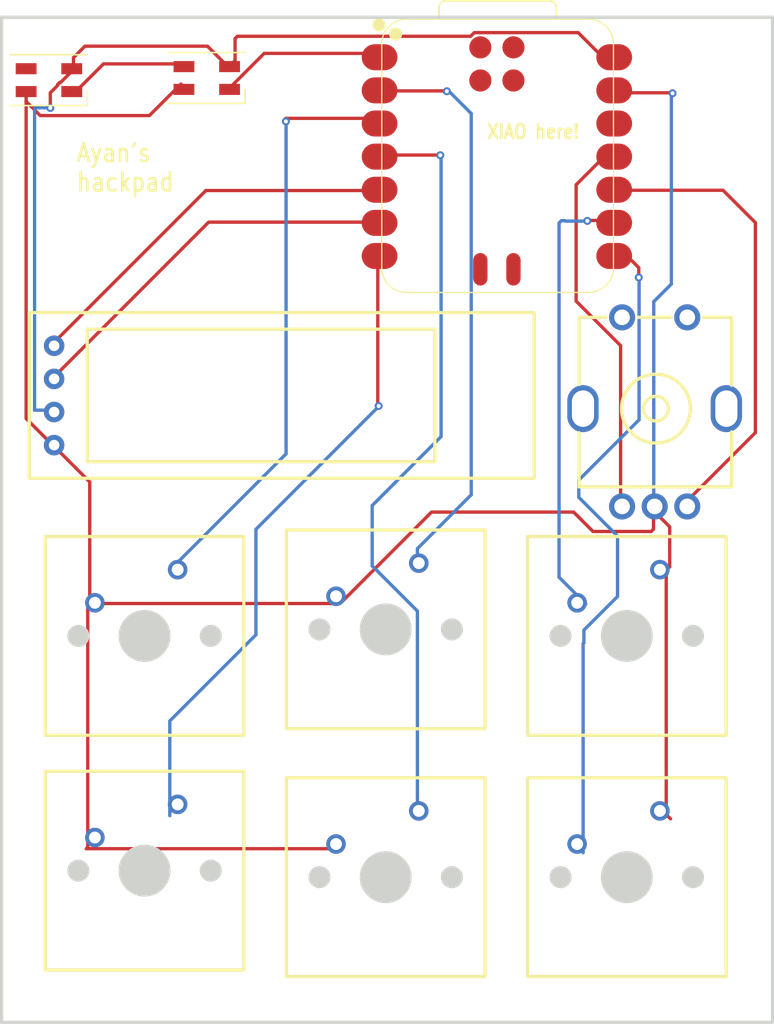
<source format=kicad_pcb>
(kicad_pcb (version 20241229) (generator "pcbnew") (generator_version "9.0")
  (layers (0 "F.Cu" signal "Top Layer") (2 "B.Cu" signal "Bottom Layer") (13 "F.Paste" user "Top Paste Mask Layer") (15 "B.Paste" user "Bottom Paste Mask Layer") (5 "F.SilkS" user "Top Silkscreen Layer") (7 "B.SilkS" user "Bottom Silkscreen Layer") (1 "F.Mask" user "Top Solder Mask Layer") (3 "B.Mask" user "Bottom Solder Mask Layer") (25 "Edge.Cuts" user "Multi-Layer"))
  (net 0 "")
  (net 1 "+5V")
  (net 2 "GND")
  (net 3 "$1N899")
  (net 4 "$1N1328")
  (net 5 "$1N1348")
  (net 6 "$1N1360")
  (net 7 "$1N1796")
  (net 8 "$1N1801")
  (net 9 "$1N1814")
  (net 10 "$1N1915")
  (net 11 "$1N1909")
  (net 12 "$1N2016")
  (net 13 "$1N3062")
  (net 14 "$1N3030")
  (footprint "vspadproject:I2C OLED 0.91" (layer "F.Cu") (at 123.5 91.5)
    (property "Reference" "OLED1" (hide yes))
    (property "Value" "")
    (fp_line (start -1.905 -6.35) (end -1.27 -6.35) (stroke (width 0.254)) (layer "F.SilkS"))
    (fp_line (start -1.905 6.35) (end -1.905 -6.35) (stroke (width 0.254)) (layer "F.SilkS"))
    (fp_line (start -1.27 -6.35) (end 36.83 -6.35) (stroke (width 0.254)) (layer "F.SilkS"))
    (fp_line (start 2.54 -5.08) (end 29.21 -5.08) (stroke (width 0.254)) (layer "F.SilkS"))
    (fp_line (start 2.54 5.08) (end 2.54 -5.08) (stroke (width 0.254)) (layer "F.SilkS"))
    (fp_line (start 29.21 -5.08) (end 29.21 5.08) (stroke (width 0.254)) (layer "F.SilkS"))
    (fp_line (start 29.21 5.08) (end 2.54 5.08) (stroke (width 0.254)) (layer "F.SilkS"))
    (fp_line (start 36.83 -6.35) (end 36.83 6.35) (stroke (width 0.254)) (layer "F.SilkS"))
    (fp_line (start 36.83 6.35) (end -1.905 6.35) (stroke (width 0.254)) (layer "F.SilkS"))
    (pad "1" thru_hole circle (at 0 3.81 180) (size 1.575 1.575) (drill 0.813) (layers "*.Cu" "*.Mask") (net 2 "GND"))
    (pad "2" thru_hole circle (at 0 1.27 180) (size 1.575 1.575) (drill 0.813) (layers "*.Cu" "*.Mask") (net 1 "+5V"))
    (pad "3" thru_hole circle (at 0 -1.27 180) (size 1.575 1.575) (drill 0.813) (layers "*.Cu" "*.Mask") (net 6 "$1N1360"))
    (pad "4" thru_hole circle (at 0 -3.81 180) (size 1.575 1.575) (drill 0.813) (layers "*.Cu" "*.Mask") (net 5 "$1N1348"))
  )
  (footprint "vspadproject:CHERRY MX KEYSWITCH" (layer "F.Cu") (at 175.0585 136.0585 180)
    (property "Reference" "U7" (hide yes))
    (property "Value" "")
    (fp_line (start 15.24 15.24) (end 0 15.24) (stroke (width 0.254)) (layer "F.SilkS"))
    (fp_line (start 15.24 0) (end 15.24 15.24) (stroke (width 0.254)) (layer "F.SilkS"))
    (fp_line (start 0 15.24) (end 0 0) (stroke (width 0.254)) (layer "F.SilkS"))
    (fp_line (start 0 0) (end 15.24 0) (stroke (width 0.254)) (layer "F.SilkS"))
    (fp_poly (pts (xy 13.546902 7.536587) (xy 13.514356 7.372968) (xy 13.450515 7.218841) (xy 13.357832 7.080131) (xy 13.239869 6.962168) (xy 13.101159 6.869485) (xy 12.947032 6.805644) (xy 12.783413 6.773098) (xy 12.616587 6.773098) (xy 12.452968 6.805644) (xy 12.298841 6.869485) (xy 12.160131 6.962168) (xy 12.042168 7.080131) (xy 11.949485 7.218841) (xy 11.885644 7.372968) (xy 11.853098 7.536587) (xy 11.853098 7.703413) (xy 11.885644 7.867032) (xy 11.949485 8.021159) (xy 12.042168 8.159869) (xy 12.160131 8.277832) (xy 12.298841 8.370515) (xy 12.452968 8.434356) (xy 12.616587 8.466902) (xy 12.783413 8.466902) (xy 12.947032 8.434356) (xy 13.101159 8.370515) (xy 13.239869 8.277832) (xy 13.357832 8.159869) (xy 13.450515 8.021159) (xy 13.514356 7.867032) (xy 13.546902 7.703413)) (fill yes) (layer "Edge.Cuts"))
    (fp_poly (pts (xy 3.386902 7.536587) (xy 3.354356 7.372968) (xy 3.290515 7.218841) (xy 3.197832 7.080131) (xy 3.079869 6.962168) (xy 2.941159 6.869485) (xy 2.787032 6.805644) (xy 2.623413 6.773098) (xy 2.456587 6.773098) (xy 2.292968 6.805644) (xy 2.138841 6.869485) (xy 2.000131 6.962168) (xy 1.882168 7.080131) (xy 1.789485 7.218841) (xy 1.725644 7.372968) (xy 1.693098 7.536587) (xy 1.693098 7.703413) (xy 1.725644 7.867032) (xy 1.789485 8.021159) (xy 1.882168 8.159869) (xy 2.000131 8.277832) (xy 2.138841 8.370515) (xy 2.292968 8.434356) (xy 2.456587 8.466902) (xy 2.623413 8.466902) (xy 2.787032 8.434356) (xy 2.941159 8.370515) (xy 3.079869 8.277832) (xy 3.197832 8.159869) (xy 3.290515 8.021159) (xy 3.354356 7.867032) (xy 3.386902 7.703413)) (fill yes) (layer "Edge.Cuts"))
    (fp_poly (pts (xy 9.609731 7.489586) (xy 9.575686 7.23099) (xy 9.508179 6.97905) (xy 9.408364 6.738076) (xy 9.27795 6.512193) (xy 9.119169 6.305264) (xy 8.934736 6.120831) (xy 8.727807 5.96205) (xy 8.501924 5.831636) (xy 8.26095 5.731821) (xy 8.00901 5.664314) (xy 7.750414 5.630269) (xy 7.489586 5.630269) (xy 7.23099 5.664314) (xy 6.97905 5.731821) (xy 6.738076 5.831636) (xy 6.512193 5.96205) (xy 6.305264 6.120831) (xy 6.120831 6.305264) (xy 5.96205 6.512193) (xy 5.831636 6.738076) (xy 5.731821 6.97905) (xy 5.664314 7.23099) (xy 5.630269 7.489586) (xy 5.630269 7.750414) (xy 5.664314 8.00901) (xy 5.731821 8.26095) (xy 5.831636 8.501924) (xy 5.96205 8.727807) (xy 6.120831 8.934736) (xy 6.305264 9.119169) (xy 6.512193 9.27795) (xy 6.738076 9.408364) (xy 6.97905 9.508179) (xy 7.23099 9.575686) (xy 7.489586 9.609731) (xy 7.750414 9.609731) (xy 8.00901 9.575686) (xy 8.26095 9.508179) (xy 8.501924 9.408364) (xy 8.727807 9.27795) (xy 8.934736 9.119169) (xy 9.119169 8.934736) (xy 9.27795 8.727807) (xy 9.408364 8.501924) (xy 9.508179 8.26095) (xy 9.575686 8.00901) (xy 9.609731 7.750414)) (fill yes) (layer "Edge.Cuts"))
    (pad "1" thru_hole circle (at 11.43 10.16) (size 1.499 1.499) (drill 0.914) (layers "*.Cu" "*.Mask") (net 13 "$1N3062"))
    (pad "2" thru_hole circle (at 5.08 12.7) (size 1.499 1.499) (drill 0.914) (layers "*.Cu" "*.Mask") (net 2 "GND"))
  )
  (footprint "vspadproject:LED Matrix - 96 well{colon}LED_SK6812MINI_PLCC4_3.5x3.5mm_P1.75mm" (layer "F.Cu") (at 123.1025 67.3215)
    (property "Reference" "D2" (hide yes))
    (property "Value" "")
    (fp_line (start -2.95 -1.95) (end 2.95 -1.95) (stroke (width 0.12)) (layer "F.SilkS"))
    (fp_line (start -2.95 1.95) (end 2.95 1.95) (stroke (width 0.12)) (layer "F.SilkS"))
    (fp_line (start 2.95 1.95) (end 2.95 0.875) (stroke (width 0.12)) (layer "F.SilkS"))
    (pad "1" smd rect (at -1.75 -0.875) (size 1.6 0.85) (layers "F.Cu" "F.Mask" "F.Paste"))
    (pad "2" smd rect (at -1.75 0.875) (size 1.6 0.85) (layers "F.Cu" "F.Mask" "F.Paste") (net 2 "GND"))
    (pad "3" smd rect (at 1.75 0.875) (size 1.6 0.85) (layers "F.Cu" "F.Mask" "F.Paste") (net 3 "$1N899"))
    (pad "4" smd rect (at 1.75 -0.875) (size 1.6 0.85) (layers "F.Cu" "F.Mask" "F.Paste") (net 1 "+5V"))
  )
  (footprint "vspadproject:CHERRY MX KEYSWITCH" (layer "F.Cu") (at 175.0585 117.5585 180)
    (property "Reference" "U4" (hide yes))
    (property "Value" "")
    (fp_line (start 15.24 15.24) (end 0 15.24) (stroke (width 0.254)) (layer "F.SilkS"))
    (fp_line (start 15.24 0) (end 15.24 15.24) (stroke (width 0.254)) (layer "F.SilkS"))
    (fp_line (start 0 15.24) (end 0 0) (stroke (width 0.254)) (layer "F.SilkS"))
    (fp_line (start 0 0) (end 15.24 0) (stroke (width 0.254)) (layer "F.SilkS"))
    (fp_poly (pts (xy 13.546902 7.536587) (xy 13.514356 7.372968) (xy 13.450515 7.218841) (xy 13.357832 7.080131) (xy 13.239869 6.962168) (xy 13.101159 6.869485) (xy 12.947032 6.805644) (xy 12.783413 6.773098) (xy 12.616587 6.773098) (xy 12.452968 6.805644) (xy 12.298841 6.869485) (xy 12.160131 6.962168) (xy 12.042168 7.080131) (xy 11.949485 7.218841) (xy 11.885644 7.372968) (xy 11.853098 7.536587) (xy 11.853098 7.703413) (xy 11.885644 7.867032) (xy 11.949485 8.021159) (xy 12.042168 8.159869) (xy 12.160131 8.277832) (xy 12.298841 8.370515) (xy 12.452968 8.434356) (xy 12.616587 8.466902) (xy 12.783413 8.466902) (xy 12.947032 8.434356) (xy 13.101159 8.370515) (xy 13.239869 8.277832) (xy 13.357832 8.159869) (xy 13.450515 8.021159) (xy 13.514356 7.867032) (xy 13.546902 7.703413)) (fill yes) (layer "Edge.Cuts"))
    (fp_poly (pts (xy 3.386902 7.536587) (xy 3.354356 7.372968) (xy 3.290515 7.218841) (xy 3.197832 7.080131) (xy 3.079869 6.962168) (xy 2.941159 6.869485) (xy 2.787032 6.805644) (xy 2.623413 6.773098) (xy 2.456587 6.773098) (xy 2.292968 6.805644) (xy 2.138841 6.869485) (xy 2.000131 6.962168) (xy 1.882168 7.080131) (xy 1.789485 7.218841) (xy 1.725644 7.372968) (xy 1.693098 7.536587) (xy 1.693098 7.703413) (xy 1.725644 7.867032) (xy 1.789485 8.021159) (xy 1.882168 8.159869) (xy 2.000131 8.277832) (xy 2.138841 8.370515) (xy 2.292968 8.434356) (xy 2.456587 8.466902) (xy 2.623413 8.466902) (xy 2.787032 8.434356) (xy 2.941159 8.370515) (xy 3.079869 8.277832) (xy 3.197832 8.159869) (xy 3.290515 8.021159) (xy 3.354356 7.867032) (xy 3.386902 7.703413)) (fill yes) (layer "Edge.Cuts"))
    (fp_poly (pts (xy 9.609731 7.489586) (xy 9.575686 7.23099) (xy 9.508179 6.97905) (xy 9.408364 6.738076) (xy 9.27795 6.512193) (xy 9.119169 6.305264) (xy 8.934736 6.120831) (xy 8.727807 5.96205) (xy 8.501924 5.831636) (xy 8.26095 5.731821) (xy 8.00901 5.664314) (xy 7.750414 5.630269) (xy 7.489586 5.630269) (xy 7.23099 5.664314) (xy 6.97905 5.731821) (xy 6.738076 5.831636) (xy 6.512193 5.96205) (xy 6.305264 6.120831) (xy 6.120831 6.305264) (xy 5.96205 6.512193) (xy 5.831636 6.738076) (xy 5.731821 6.97905) (xy 5.664314 7.23099) (xy 5.630269 7.489586) (xy 5.630269 7.750414) (xy 5.664314 8.00901) (xy 5.731821 8.26095) (xy 5.831636 8.501924) (xy 5.96205 8.727807) (xy 6.120831 8.934736) (xy 6.305264 9.119169) (xy 6.512193 9.27795) (xy 6.738076 9.408364) (xy 6.97905 9.508179) (xy 7.23099 9.575686) (xy 7.489586 9.609731) (xy 7.750414 9.609731) (xy 8.00901 9.575686) (xy 8.26095 9.508179) (xy 8.501924 9.408364) (xy 8.727807 9.27795) (xy 8.934736 9.119169) (xy 9.119169 8.934736) (xy 9.27795 8.727807) (xy 9.408364 8.501924) (xy 9.508179 8.26095) (xy 9.575686 8.00901) (xy 9.609731 7.750414)) (fill yes) (layer "Edge.Cuts"))
    (pad "1" thru_hole circle (at 11.43 10.16) (size 1.499 1.499) (drill 0.914) (layers "*.Cu" "*.Mask") (net 14 "$1N3030"))
    (pad "2" thru_hole circle (at 5.08 12.7) (size 1.499 1.499) (drill 0.914) (layers "*.Cu" "*.Mask") (net 2 "GND"))
  )
  (footprint "vspadproject:CHERRY MX KEYSWITCH" (layer "F.Cu") (at 138.0585 117.5585 180)
    (property "Reference" "U3" (hide yes))
    (property "Value" "")
    (fp_line (start 15.24 15.24) (end 0 15.24) (stroke (width 0.254)) (layer "F.SilkS"))
    (fp_line (start 15.24 0) (end 15.24 15.24) (stroke (width 0.254)) (layer "F.SilkS"))
    (fp_line (start 0 15.24) (end 0 0) (stroke (width 0.254)) (layer "F.SilkS"))
    (fp_line (start 0 0) (end 15.24 0) (stroke (width 0.254)) (layer "F.SilkS"))
    (fp_poly (pts (xy 13.546902 7.536587) (xy 13.514356 7.372968) (xy 13.450515 7.218841) (xy 13.357832 7.080131) (xy 13.239869 6.962168) (xy 13.101159 6.869485) (xy 12.947032 6.805644) (xy 12.783413 6.773098) (xy 12.616587 6.773098) (xy 12.452968 6.805644) (xy 12.298841 6.869485) (xy 12.160131 6.962168) (xy 12.042168 7.080131) (xy 11.949485 7.218841) (xy 11.885644 7.372968) (xy 11.853098 7.536587) (xy 11.853098 7.703413) (xy 11.885644 7.867032) (xy 11.949485 8.021159) (xy 12.042168 8.159869) (xy 12.160131 8.277832) (xy 12.298841 8.370515) (xy 12.452968 8.434356) (xy 12.616587 8.466902) (xy 12.783413 8.466902) (xy 12.947032 8.434356) (xy 13.101159 8.370515) (xy 13.239869 8.277832) (xy 13.357832 8.159869) (xy 13.450515 8.021159) (xy 13.514356 7.867032) (xy 13.546902 7.703413)) (fill yes) (layer "Edge.Cuts"))
    (fp_poly (pts (xy 3.386902 7.536587) (xy 3.354356 7.372968) (xy 3.290515 7.218841) (xy 3.197832 7.080131) (xy 3.079869 6.962168) (xy 2.941159 6.869485) (xy 2.787032 6.805644) (xy 2.623413 6.773098) (xy 2.456587 6.773098) (xy 2.292968 6.805644) (xy 2.138841 6.869485) (xy 2.000131 6.962168) (xy 1.882168 7.080131) (xy 1.789485 7.218841) (xy 1.725644 7.372968) (xy 1.693098 7.536587) (xy 1.693098 7.703413) (xy 1.725644 7.867032) (xy 1.789485 8.021159) (xy 1.882168 8.159869) (xy 2.000131 8.277832) (xy 2.138841 8.370515) (xy 2.292968 8.434356) (xy 2.456587 8.466902) (xy 2.623413 8.466902) (xy 2.787032 8.434356) (xy 2.941159 8.370515) (xy 3.079869 8.277832) (xy 3.197832 8.159869) (xy 3.290515 8.021159) (xy 3.354356 7.867032) (xy 3.386902 7.703413)) (fill yes) (layer "Edge.Cuts"))
    (fp_poly (pts (xy 9.609731 7.489586) (xy 9.575686 7.23099) (xy 9.508179 6.97905) (xy 9.408364 6.738076) (xy 9.27795 6.512193) (xy 9.119169 6.305264) (xy 8.934736 6.120831) (xy 8.727807 5.96205) (xy 8.501924 5.831636) (xy 8.26095 5.731821) (xy 8.00901 5.664314) (xy 7.750414 5.630269) (xy 7.489586 5.630269) (xy 7.23099 5.664314) (xy 6.97905 5.731821) (xy 6.738076 5.831636) (xy 6.512193 5.96205) (xy 6.305264 6.120831) (xy 6.120831 6.305264) (xy 5.96205 6.512193) (xy 5.831636 6.738076) (xy 5.731821 6.97905) (xy 5.664314 7.23099) (xy 5.630269 7.489586) (xy 5.630269 7.750414) (xy 5.664314 8.00901) (xy 5.731821 8.26095) (xy 5.831636 8.501924) (xy 5.96205 8.727807) (xy 6.120831 8.934736) (xy 6.305264 9.119169) (xy 6.512193 9.27795) (xy 6.738076 9.408364) (xy 6.97905 9.508179) (xy 7.23099 9.575686) (xy 7.489586 9.609731) (xy 7.750414 9.609731) (xy 8.00901 9.575686) (xy 8.26095 9.508179) (xy 8.501924 9.408364) (xy 8.727807 9.27795) (xy 8.934736 9.119169) (xy 9.119169 8.934736) (xy 9.27795 8.727807) (xy 9.408364 8.501924) (xy 9.508179 8.26095) (xy 9.575686 8.00901) (xy 9.609731 7.750414)) (fill yes) (layer "Edge.Cuts"))
    (pad "1" thru_hole circle (at 11.43 10.16) (size 1.499 1.499) (drill 0.914) (layers "*.Cu" "*.Mask") (net 2 "GND"))
    (pad "2" thru_hole circle (at 5.08 12.7) (size 1.499 1.499) (drill 0.914) (layers "*.Cu" "*.Mask") (net 8 "$1N1801"))
  )
  (footprint "vspadproject:CHERRY MX KEYSWITCH" (layer "F.Cu") (at 138.0585 135.5585 180)
    (property "Reference" "U6" (hide yes))
    (property "Value" "")
    (fp_line (start 15.24 15.24) (end 0 15.24) (stroke (width 0.254)) (layer "F.SilkS"))
    (fp_line (start 15.24 0) (end 15.24 15.24) (stroke (width 0.254)) (layer "F.SilkS"))
    (fp_line (start 0 15.24) (end 0 0) (stroke (width 0.254)) (layer "F.SilkS"))
    (fp_line (start 0 0) (end 15.24 0) (stroke (width 0.254)) (layer "F.SilkS"))
    (fp_poly (pts (xy 13.546902 7.536587) (xy 13.514356 7.372968) (xy 13.450515 7.218841) (xy 13.357832 7.080131) (xy 13.239869 6.962168) (xy 13.101159 6.869485) (xy 12.947032 6.805644) (xy 12.783413 6.773098) (xy 12.616587 6.773098) (xy 12.452968 6.805644) (xy 12.298841 6.869485) (xy 12.160131 6.962168) (xy 12.042168 7.080131) (xy 11.949485 7.218841) (xy 11.885644 7.372968) (xy 11.853098 7.536587) (xy 11.853098 7.703413) (xy 11.885644 7.867032) (xy 11.949485 8.021159) (xy 12.042168 8.159869) (xy 12.160131 8.277832) (xy 12.298841 8.370515) (xy 12.452968 8.434356) (xy 12.616587 8.466902) (xy 12.783413 8.466902) (xy 12.947032 8.434356) (xy 13.101159 8.370515) (xy 13.239869 8.277832) (xy 13.357832 8.159869) (xy 13.450515 8.021159) (xy 13.514356 7.867032) (xy 13.546902 7.703413)) (fill yes) (layer "Edge.Cuts"))
    (fp_poly (pts (xy 3.386902 7.536587) (xy 3.354356 7.372968) (xy 3.290515 7.218841) (xy 3.197832 7.080131) (xy 3.079869 6.962168) (xy 2.941159 6.869485) (xy 2.787032 6.805644) (xy 2.623413 6.773098) (xy 2.456587 6.773098) (xy 2.292968 6.805644) (xy 2.138841 6.869485) (xy 2.000131 6.962168) (xy 1.882168 7.080131) (xy 1.789485 7.218841) (xy 1.725644 7.372968) (xy 1.693098 7.536587) (xy 1.693098 7.703413) (xy 1.725644 7.867032) (xy 1.789485 8.021159) (xy 1.882168 8.159869) (xy 2.000131 8.277832) (xy 2.138841 8.370515) (xy 2.292968 8.434356) (xy 2.456587 8.466902) (xy 2.623413 8.466902) (xy 2.787032 8.434356) (xy 2.941159 8.370515) (xy 3.079869 8.277832) (xy 3.197832 8.159869) (xy 3.290515 8.021159) (xy 3.354356 7.867032) (xy 3.386902 7.703413)) (fill yes) (layer "Edge.Cuts"))
    (fp_poly (pts (xy 9.609731 7.489586) (xy 9.575686 7.23099) (xy 9.508179 6.97905) (xy 9.408364 6.738076) (xy 9.27795 6.512193) (xy 9.119169 6.305264) (xy 8.934736 6.120831) (xy 8.727807 5.96205) (xy 8.501924 5.831636) (xy 8.26095 5.731821) (xy 8.00901 5.664314) (xy 7.750414 5.630269) (xy 7.489586 5.630269) (xy 7.23099 5.664314) (xy 6.97905 5.731821) (xy 6.738076 5.831636) (xy 6.512193 5.96205) (xy 6.305264 6.120831) (xy 6.120831 6.305264) (xy 5.96205 6.512193) (xy 5.831636 6.738076) (xy 5.731821 6.97905) (xy 5.664314 7.23099) (xy 5.630269 7.489586) (xy 5.630269 7.750414) (xy 5.664314 8.00901) (xy 5.731821 8.26095) (xy 5.831636 8.501924) (xy 5.96205 8.727807) (xy 6.120831 8.934736) (xy 6.305264 9.119169) (xy 6.512193 9.27795) (xy 6.738076 9.408364) (xy 6.97905 9.508179) (xy 7.23099 9.575686) (xy 7.489586 9.609731) (xy 7.750414 9.609731) (xy 8.00901 9.575686) (xy 8.26095 9.508179) (xy 8.501924 9.408364) (xy 8.727807 9.27795) (xy 8.934736 9.119169) (xy 9.119169 8.934736) (xy 9.27795 8.727807) (xy 9.408364 8.501924) (xy 9.508179 8.26095) (xy 9.575686 8.00901) (xy 9.609731 7.750414)) (fill yes) (layer "Edge.Cuts"))
    (pad "1" thru_hole circle (at 11.43 10.16) (size 1.499 1.499) (drill 0.914) (layers "*.Cu" "*.Mask") (net 2 "GND"))
    (pad "2" thru_hole circle (at 5.08 12.7) (size 1.499 1.499) (drill 0.914) (layers "*.Cu" "*.Mask") (net 9 "$1N1814"))
  )
  (footprint "vspadproject:XIAO-RP2040-SMD" (layer "F.Cu") (at 157.472 73.186)
    (property "Reference" "RP2" (hide yes))
    (property "Value" "")
    (fp_line (start -8.835 8.513) (end -8.835 -8.632) (stroke (width 0.1)) (layer "F.SilkS"))
    (fp_line (start -6.93 10.418) (end 7.04 10.418) (stroke (width 0.1)) (layer "F.SilkS"))
    (fp_line (start -4.44 -10.537) (end -4.4365 -11.4475) (stroke (width 0.127)) (layer "F.SilkS"))
    (fp_line (start -3.9365 -11.947) (end 4.059 -11.947) (stroke (width 0.127)) (layer "F.SilkS"))
    (fp_line (start 4.559 -11.447) (end 4.559 -10.537) (stroke (width 0.127)) (layer "F.SilkS"))
    (fp_line (start 7 -10.537) (end -7 -10.537) (stroke (width 0.1)) (layer "F.SilkS"))
    (fp_line (start 8.945 8.513) (end 8.945 -8.632) (stroke (width 0.1)) (layer "F.SilkS"))
    (fp_arc (start -8.835 -8.636) (mid -8.277038 -9.983038) (end -6.93 -10.541) (stroke (width 0.1)) (layer "F.SilkS"))
    (fp_arc (start -6.93 10.418) (mid -8.277038 9.860038) (end -8.835 8.513) (stroke (width 0.1)) (layer "F.SilkS"))
    (fp_arc (start -4.4365 -11.4475) (mid -4.289877 -11.80073) (end -3.9365 -11.947) (stroke (width 0.127)) (layer "F.SilkS"))
    (fp_arc (start 4.059 -11.947) (mid 4.412553 -11.800553) (end 4.559 -11.447) (stroke (width 0.127)) (layer "F.SilkS"))
    (fp_arc (start 7.04 -10.537) (mid 8.387038 -9.979038) (end 8.945 -8.632) (stroke (width 0.1)) (layer "F.SilkS"))
    (fp_arc (start 8.945 8.513) (mid 8.387038 9.860038) (end 7.04 10.418) (stroke (width 0.1)) (layer "F.SilkS"))
    (fp_circle (center -9.045 -10.109) (end -8.791 -10.109) (stroke (width 0.5)) (fill no) (layer "F.SilkS"))
    (fp_circle (center -7.771 -9.398) (end -7.517 -9.398) (stroke (width 0.5)) (fill no) (layer "F.SilkS"))
    (pad "1" smd roundrect (at -9 -7.62) (size 2.75 2) (layers "F.Cu" "F.Mask" "F.Paste") (roundrect_rratio 0.5) (net 4 "$1N1328"))
    (pad "2" smd roundrect (at -9 -5.08) (size 2.75 2) (layers "F.Cu" "F.Mask" "F.Paste") (roundrect_rratio 0.5) (net 7 "$1N1796"))
    (pad "3" smd roundrect (at -9 -2.54) (size 2.75 2) (layers "F.Cu" "F.Mask" "F.Paste") (roundrect_rratio 0.5) (net 8 "$1N1801"))
    (pad "4" smd roundrect (at -9 0) (size 2.75 2) (layers "F.Cu" "F.Mask" "F.Paste") (roundrect_rratio 0.5) (net 12 "$1N2016"))
    (pad "5" smd roundrect (at -9 2.54) (size 2.75 2) (layers "F.Cu" "F.Mask" "F.Paste") (roundrect_rratio 0.5) (net 5 "$1N1348"))
    (pad "6" smd roundrect (at -9 5.08) (size 2.75 2) (layers "F.Cu" "F.Mask" "F.Paste") (roundrect_rratio 0.5) (net 6 "$1N1360"))
    (pad "7" smd roundrect (at -9 7.62) (size 2.75 2) (layers "F.Cu" "F.Mask" "F.Paste") (roundrect_rratio 0.5) (net 9 "$1N1814"))
    (pad "8" smd roundrect (at 9 7.62) (size 2.75 2) (layers "F.Cu" "F.Mask" "F.Paste") (roundrect_rratio 0.5) (net 13 "$1N3062"))
    (pad "9" smd roundrect (at 9 5.08) (size 2.75 2) (layers "F.Cu" "F.Mask" "F.Paste") (roundrect_rratio 0.5) (net 14 "$1N3030"))
    (pad "10" smd roundrect (at 9 2.54) (size 2.75 2) (layers "F.Cu" "F.Mask" "F.Paste") (roundrect_rratio 0.5) (net 10 "$1N1915"))
    (pad "11" smd roundrect (at 9 0) (size 2.75 2) (layers "F.Cu" "F.Mask" "F.Paste") (roundrect_rratio 0.5) (net 11 "$1N1909"))
    (pad "12" smd roundrect (at 9 -2.54) (size 2.75 2) (layers "F.Cu" "F.Mask" "F.Paste") (roundrect_rratio 0.5))
    (pad "13" smd roundrect (at 9 -5.08) (size 2.75 2) (layers "F.Cu" "F.Mask" "F.Paste") (roundrect_rratio 0.5) (net 2 "GND"))
    (pad "14" smd roundrect (at 9 -7.62) (size 2.75 2) (layers "F.Cu" "F.Mask" "F.Paste") (roundrect_rratio 0.5) (net 1 "+5V"))
    (pad "15" smd roundrect (at -1.27 8.64 270) (size 2.5 1.1) (layers "F.Cu" "F.Mask" "F.Paste") (roundrect_rratio 0.5))
    (pad "16" smd roundrect (at 1.27 8.64 270) (size 2.5 1.1) (layers "F.Cu" "F.Mask" "F.Paste") (roundrect_rratio 0.5))
    (pad "17" smd circle (at -1.27 -8.378) (size 1.7 1.7) (layers "F.Cu" "F.Mask" "F.Paste"))
    (pad "18" smd circle (at 1.27 -8.378) (size 1.7 1.7) (layers "F.Cu" "F.Mask" "F.Paste"))
    (pad "19" smd circle (at -1.27 -5.838) (size 1.7 1.7) (layers "F.Cu" "F.Mask" "F.Paste"))
    (pad "20" smd circle (at 1.27 -5.838) (size 1.7 1.7) (layers "F.Cu" "F.Mask" "F.Paste"))
  )
  (footprint "vspadproject:LED Matrix - 96 well{colon}LED_SK6812MINI_PLCC4_3.5x3.5mm_P1.75mm" (layer "F.Cu") (at 135.212 67.156)
    (property "Reference" "D1" (hide yes))
    (property "Value" "")
    (fp_line (start -2.95 -1.95) (end 2.95 -1.95) (stroke (width 0.12)) (layer "F.SilkS"))
    (fp_line (start -2.95 1.95) (end 2.95 1.95) (stroke (width 0.12)) (layer "F.SilkS"))
    (fp_line (start 2.95 1.95) (end 2.95 0.875) (stroke (width 0.12)) (layer "F.SilkS"))
    (pad "1" smd rect (at -1.75 -0.875) (size 1.6 0.85) (layers "F.Cu" "F.Mask" "F.Paste") (net 3 "$1N899"))
    (pad "2" smd rect (at -1.75 0.875) (size 1.6 0.85) (layers "F.Cu" "F.Mask" "F.Paste") (net 2 "GND"))
    (pad "3" smd rect (at 1.75 0.875) (size 1.6 0.85) (layers "F.Cu" "F.Mask" "F.Paste") (net 4 "$1N1328"))
    (pad "4" smd rect (at 1.75 -0.875) (size 1.6 0.85) (layers "F.Cu" "F.Mask" "F.Paste") (net 1 "+5V"))
  )
  (footprint "vspadproject:CHERRY MX KEYSWITCH" (layer "F.Cu") (at 156.5585 136.0585 180)
    (property "Reference" "U5" (hide yes))
    (property "Value" "")
    (fp_line (start 15.24 15.24) (end 0 15.24) (stroke (width 0.254)) (layer "F.SilkS"))
    (fp_line (start 15.24 0) (end 15.24 15.24) (stroke (width 0.254)) (layer "F.SilkS"))
    (fp_line (start 0 15.24) (end 0 0) (stroke (width 0.254)) (layer "F.SilkS"))
    (fp_line (start 0 0) (end 15.24 0) (stroke (width 0.254)) (layer "F.SilkS"))
    (fp_poly (pts (xy 13.546902 7.536587) (xy 13.514356 7.372968) (xy 13.450515 7.218841) (xy 13.357832 7.080131) (xy 13.239869 6.962168) (xy 13.101159 6.869485) (xy 12.947032 6.805644) (xy 12.783413 6.773098) (xy 12.616587 6.773098) (xy 12.452968 6.805644) (xy 12.298841 6.869485) (xy 12.160131 6.962168) (xy 12.042168 7.080131) (xy 11.949485 7.218841) (xy 11.885644 7.372968) (xy 11.853098 7.536587) (xy 11.853098 7.703413) (xy 11.885644 7.867032) (xy 11.949485 8.021159) (xy 12.042168 8.159869) (xy 12.160131 8.277832) (xy 12.298841 8.370515) (xy 12.452968 8.434356) (xy 12.616587 8.466902) (xy 12.783413 8.466902) (xy 12.947032 8.434356) (xy 13.101159 8.370515) (xy 13.239869 8.277832) (xy 13.357832 8.159869) (xy 13.450515 8.021159) (xy 13.514356 7.867032) (xy 13.546902 7.703413)) (fill yes) (layer "Edge.Cuts"))
    (fp_poly (pts (xy 3.386902 7.536587) (xy 3.354356 7.372968) (xy 3.290515 7.218841) (xy 3.197832 7.080131) (xy 3.079869 6.962168) (xy 2.941159 6.869485) (xy 2.787032 6.805644) (xy 2.623413 6.773098) (xy 2.456587 6.773098) (xy 2.292968 6.805644) (xy 2.138841 6.869485) (xy 2.000131 6.962168) (xy 1.882168 7.080131) (xy 1.789485 7.218841) (xy 1.725644 7.372968) (xy 1.693098 7.536587) (xy 1.693098 7.703413) (xy 1.725644 7.867032) (xy 1.789485 8.021159) (xy 1.882168 8.159869) (xy 2.000131 8.277832) (xy 2.138841 8.370515) (xy 2.292968 8.434356) (xy 2.456587 8.466902) (xy 2.623413 8.466902) (xy 2.787032 8.434356) (xy 2.941159 8.370515) (xy 3.079869 8.277832) (xy 3.197832 8.159869) (xy 3.290515 8.021159) (xy 3.354356 7.867032) (xy 3.386902 7.703413)) (fill yes) (layer "Edge.Cuts"))
    (fp_poly (pts (xy 9.609731 7.489586) (xy 9.575686 7.23099) (xy 9.508179 6.97905) (xy 9.408364 6.738076) (xy 9.27795 6.512193) (xy 9.119169 6.305264) (xy 8.934736 6.120831) (xy 8.727807 5.96205) (xy 8.501924 5.831636) (xy 8.26095 5.731821) (xy 8.00901 5.664314) (xy 7.750414 5.630269) (xy 7.489586 5.630269) (xy 7.23099 5.664314) (xy 6.97905 5.731821) (xy 6.738076 5.831636) (xy 6.512193 5.96205) (xy 6.305264 6.120831) (xy 6.120831 6.305264) (xy 5.96205 6.512193) (xy 5.831636 6.738076) (xy 5.731821 6.97905) (xy 5.664314 7.23099) (xy 5.630269 7.489586) (xy 5.630269 7.750414) (xy 5.664314 8.00901) (xy 5.731821 8.26095) (xy 5.831636 8.501924) (xy 5.96205 8.727807) (xy 6.120831 8.934736) (xy 6.305264 9.119169) (xy 6.512193 9.27795) (xy 6.738076 9.408364) (xy 6.97905 9.508179) (xy 7.23099 9.575686) (xy 7.489586 9.609731) (xy 7.750414 9.609731) (xy 8.00901 9.575686) (xy 8.26095 9.508179) (xy 8.501924 9.408364) (xy 8.727807 9.27795) (xy 8.934736 9.119169) (xy 9.119169 8.934736) (xy 9.27795 8.727807) (xy 9.408364 8.501924) (xy 9.508179 8.26095) (xy 9.575686 8.00901) (xy 9.609731 7.750414)) (fill yes) (layer "Edge.Cuts"))
    (pad "1" thru_hole circle (at 11.43 10.16) (size 1.499 1.499) (drill 0.914) (layers "*.Cu" "*.Mask") (net 2 "GND"))
    (pad "2" thru_hole circle (at 5.08 12.7) (size 1.499 1.499) (drill 0.914) (layers "*.Cu" "*.Mask") (net 12 "$1N2016"))
  )
  (footprint "vspadproject:CHERRY MX KEYSWITCH" (layer "F.Cu") (at 156.5585 117.0585 180)
    (property "Reference" "U2" (hide yes))
    (property "Value" "")
    (fp_line (start 15.24 15.24) (end 0 15.24) (stroke (width 0.254)) (layer "F.SilkS"))
    (fp_line (start 15.24 0) (end 15.24 15.24) (stroke (width 0.254)) (layer "F.SilkS"))
    (fp_line (start 0 15.24) (end 0 0) (stroke (width 0.254)) (layer "F.SilkS"))
    (fp_line (start 0 0) (end 15.24 0) (stroke (width 0.254)) (layer "F.SilkS"))
    (fp_poly (pts (xy 13.546902 7.536587) (xy 13.514356 7.372968) (xy 13.450515 7.218841) (xy 13.357832 7.080131) (xy 13.239869 6.962168) (xy 13.101159 6.869485) (xy 12.947032 6.805644) (xy 12.783413 6.773098) (xy 12.616587 6.773098) (xy 12.452968 6.805644) (xy 12.298841 6.869485) (xy 12.160131 6.962168) (xy 12.042168 7.080131) (xy 11.949485 7.218841) (xy 11.885644 7.372968) (xy 11.853098 7.536587) (xy 11.853098 7.703413) (xy 11.885644 7.867032) (xy 11.949485 8.021159) (xy 12.042168 8.159869) (xy 12.160131 8.277832) (xy 12.298841 8.370515) (xy 12.452968 8.434356) (xy 12.616587 8.466902) (xy 12.783413 8.466902) (xy 12.947032 8.434356) (xy 13.101159 8.370515) (xy 13.239869 8.277832) (xy 13.357832 8.159869) (xy 13.450515 8.021159) (xy 13.514356 7.867032) (xy 13.546902 7.703413)) (fill yes) (layer "Edge.Cuts"))
    (fp_poly (pts (xy 3.386902 7.536587) (xy 3.354356 7.372968) (xy 3.290515 7.218841) (xy 3.197832 7.080131) (xy 3.079869 6.962168) (xy 2.941159 6.869485) (xy 2.787032 6.805644) (xy 2.623413 6.773098) (xy 2.456587 6.773098) (xy 2.292968 6.805644) (xy 2.138841 6.869485) (xy 2.000131 6.962168) (xy 1.882168 7.080131) (xy 1.789485 7.218841) (xy 1.725644 7.372968) (xy 1.693098 7.536587) (xy 1.693098 7.703413) (xy 1.725644 7.867032) (xy 1.789485 8.021159) (xy 1.882168 8.159869) (xy 2.000131 8.277832) (xy 2.138841 8.370515) (xy 2.292968 8.434356) (xy 2.456587 8.466902) (xy 2.623413 8.466902) (xy 2.787032 8.434356) (xy 2.941159 8.370515) (xy 3.079869 8.277832) (xy 3.197832 8.159869) (xy 3.290515 8.021159) (xy 3.354356 7.867032) (xy 3.386902 7.703413)) (fill yes) (layer "Edge.Cuts"))
    (fp_poly (pts (xy 9.609731 7.489586) (xy 9.575686 7.23099) (xy 9.508179 6.97905) (xy 9.408364 6.738076) (xy 9.27795 6.512193) (xy 9.119169 6.305264) (xy 8.934736 6.120831) (xy 8.727807 5.96205) (xy 8.501924 5.831636) (xy 8.26095 5.731821) (xy 8.00901 5.664314) (xy 7.750414 5.630269) (xy 7.489586 5.630269) (xy 7.23099 5.664314) (xy 6.97905 5.731821) (xy 6.738076 5.831636) (xy 6.512193 5.96205) (xy 6.305264 6.120831) (xy 6.120831 6.305264) (xy 5.96205 6.512193) (xy 5.831636 6.738076) (xy 5.731821 6.97905) (xy 5.664314 7.23099) (xy 5.630269 7.489586) (xy 5.630269 7.750414) (xy 5.664314 8.00901) (xy 5.731821 8.26095) (xy 5.831636 8.501924) (xy 5.96205 8.727807) (xy 6.120831 8.934736) (xy 6.305264 9.119169) (xy 6.512193 9.27795) (xy 6.738076 9.408364) (xy 6.97905 9.508179) (xy 7.23099 9.575686) (xy 7.489586 9.609731) (xy 7.750414 9.609731) (xy 8.00901 9.575686) (xy 8.26095 9.508179) (xy 8.501924 9.408364) (xy 8.727807 9.27795) (xy 8.934736 9.119169) (xy 9.119169 8.934736) (xy 9.27795 8.727807) (xy 9.408364 8.501924) (xy 9.508179 8.26095) (xy 9.575686 8.00901) (xy 9.609731 7.750414)) (fill yes) (layer "Edge.Cuts"))
    (pad "1" thru_hole circle (at 11.43 10.16) (size 1.499 1.499) (drill 0.914) (layers "*.Cu" "*.Mask") (net 2 "GND"))
    (pad "2" thru_hole circle (at 5.08 12.7) (size 1.499 1.499) (drill 0.914) (layers "*.Cu" "*.Mask") (net 7 "$1N1796"))
  )
  (footprint "vspadproject:SW-TH_EC111XXXX" (layer "F.Cu") (at 169.578 92.76)
    (property "Reference" "SW1" (hide yes))
    (property "Value" "")
    (fp_line (start -5.8 -2.098) (end -5.8 -7.25) (stroke (width 0.254)) (layer "F.SilkS"))
    (fp_line (start -5.8 5.75) (end -5.8 1.598) (stroke (width 0.254)) (layer "F.SilkS"))
    (fp_line (start -5.8 5.75) (end 5.9 5.75) (stroke (width 0.254)) (layer "F.SilkS"))
    (fp_line (start -3.731 -7.25) (end -5.8 -7.25) (stroke (width 0.254)) (layer "F.SilkS"))
    (fp_line (start 1.269 -7.25) (end -1.269 -7.25) (stroke (width 0.254)) (layer "F.SilkS"))
    (fp_line (start 5.9 -7.25) (end 3.731 -7.25) (stroke (width 0.254)) (layer "F.SilkS"))
    (fp_line (start 5.9 -2.036) (end 5.9 -7.25) (stroke (width 0.254)) (layer "F.SilkS"))
    (fp_line (start 5.9 5.75) (end 5.9 1.536) (stroke (width 0.254)) (layer "F.SilkS"))
    (fp_circle (center 0.1 -0.25) (end 1.049 -0.25) (stroke (width 0.254)) (fill no) (layer "F.SilkS"))
    (fp_circle (center 0.1 -0.25) (end 2.74 -0.25) (stroke (width 0.254)) (fill no) (layer "F.SilkS"))
    (pad "1" thru_hole oval (at 5.5 -0.25) (size 2.4 3.6) (drill oval 1.7 2.8) (layers "*.Cu" "*.Mask"))
    (pad "2" thru_hole oval (at -5.5 -0.25) (size 2.4 3.6) (drill oval 1.7 2.8) (layers "*.Cu" "*.Mask"))
    (pad "A" thru_hole circle (at -2.5 7.25) (size 2 2) (drill 1.2) (layers "*.Cu" "*.Mask") (net 11 "$1N1909"))
    (pad "B" thru_hole circle (at 2.5 7.25) (size 2 2) (drill 1.2) (layers "*.Cu" "*.Mask") (net 10 "$1N1915"))
    (pad "C" thru_hole circle (at 0 7.25) (size 2 2) (drill 1.2) (layers "*.Cu" "*.Mask") (net 2 "GND"))
    (pad "D" thru_hole circle (at 2.5 -7.25) (size 2 2) (drill 1.2) (layers "*.Cu" "*.Mask"))
    (pad "E" thru_hole circle (at -2.5 -7.25) (size 2 2) (drill 1.2) (layers "*.Cu" "*.Mask"))
  )
  (gr_rect (start 119.475 62.5) (end 178.625 139.575) (stroke (width 0.254)) (fill no) (layer "Edge.Cuts"))
  (gr_text "Ayan's\nhackpad" (at 125.113 75.9625 0) (layer "F.SilkS") (effects (font (size 1.4 1.2) (thickness 0.203)) (justify left bottom)))
  (gr_text "XIAO here!" (at 156.6065 71.888 0) (layer "F.SilkS") (effects (font (size 1.05 0.9) (thickness 0.203)) (justify left bottom)))
  (segment (start 163.7125 63.679) (end 155.7345 63.679) (width 0.254) (layer "F.Cu") (net 1))
  (segment (start 137.5625 63.9575) (end 137.383 64.1375) (width 0.254) (layer "F.Cu") (net 1))
  (segment (start 136.6575 66.111) (end 135.2625 64.7165) (width 0.254) (layer "F.Cu") (net 1))
  (segment (start 137.383 64.1375) (end 137.383 65.826) (width 0.254) (layer "F.Cu") (net 1))
  (segment (start 124.9845 65.597) (end 124.9845 66.1845) (width 0.254) (layer "F.Cu") (net 1))
  (segment (start 123.2065 68.2905) (end 123.2065 69.4555) (width 0.254) (layer "F.Cu") (net 1))
  (segment (start 123.7735 67.656) (end 123.7735 67.723) (width 0.254) (layer "F.Cu") (net 1))
  (segment (start 135.2625 64.7165) (end 125.8655 64.7165) (width 0.254) (layer "F.Cu") (net 1))
  (segment (start 125.8655 64.7165) (end 124.9845 65.597) (width 0.254) (layer "F.Cu") (net 1))
  (segment (start 125.1155 66.3815) (end 124.0045 67.4925) (width 0.254) (layer "F.Cu") (net 1))
  (segment (start 123.937 67.4925) (end 123.7735 67.656) (width 0.254) (layer "F.Cu") (net 1))
  (segment (start 155.7345 63.679) (end 155.4555 63.9575) (width 0.254) (layer "F.Cu") (net 1))
  (segment (start 123.7735 67.723) (end 123.2065 68.2905) (width 0.254) (layer "F.Cu") (net 1))
  (segment (start 165.9 65.8665) (end 163.7125 63.679) (width 0.254) (layer "F.Cu") (net 1))
  (segment (start 137.383 65.826) (end 136.8285 66.3805) (width 0.254) (layer "F.Cu") (net 1))
  (segment (start 124.0045 67.4925) (end 123.937 67.4925) (width 0.254) (layer "F.Cu") (net 1))
  (segment (start 155.4555 63.9575) (end 137.5625 63.9575) (width 0.254) (layer "F.Cu") (net 1))
  (via (at 123.2065 69.4555) (size 0.61) (drill 0.305) (layers "F.Cu" "B.Cu") (net 1))
  (segment (start 122.0025 92.627) (end 122.0025 69.441) (width 0.254) (layer "B.Cu") (net 1))
  (segment (start 123.422 92.627) (end 122.0025 92.627) (width 0.254) (layer "B.Cu") (net 1))
  (segment (start 122.0025 69.441) (end 123.1875 69.441) (width 0.254) (layer "B.Cu") (net 1))
  (segment (start 122.4405 70.0395) (end 121.3525 68.9515) (width 0.254) (layer "F.Cu") (net 2))
  (segment (start 170.465 104.8055) (end 170.465 123.6355) (width 0.254) (layer "F.Cu") (net 2))
  (segment (start 126.0805 126.1475) (end 126.0805 107.317) (width 0.254) (layer "F.Cu") (net 2))
  (segment (start 171.003 68.292) (end 171.052 68.341) (width 0.254) (layer "F.Cu") (net 2))
  (segment (start 145.0205 126.1475) (end 144.9105 126.2575) (width 0.254) (layer "F.Cu") (net 2))
  (segment (start 145.3945 107.3815) (end 145.321 107.455) (width 0.254) (layer "F.Cu") (net 2))
  (segment (start 163.362 100.444) (end 164.849 101.931) (width 0.254) (layer "F.Cu") (net 2))
  (segment (start 130.8095 70.0395) (end 122.4405 70.0395) (width 0.254) (layer "F.Cu") (net 2))
  (segment (start 125.97 126.2575) (end 126.0805 126.1475) (width 0.254) (layer "F.Cu") (net 2))
  (segment (start 169.7765 100.6185) (end 170.731 101.573) (width 0.254) (layer "F.Cu") (net 2))
  (segment (start 170.731 101.573) (end 170.731 104.6565) (width 0.254) (layer "F.Cu") (net 2))
  (segment (start 164.849 101.931) (end 169.3085 101.931) (width 0.254) (layer "F.Cu") (net 2))
  (segment (start 145.321 107.455) (end 126.087 107.455) (width 0.254) (layer "F.Cu") (net 2))
  (segment (start 123.5175 95.4155) (end 126.234 98.132) (width 0.254) (layer "F.Cu") (net 2))
  (segment (start 126.234 98.132) (end 126.234 107.3815) (width 0.254) (layer "F.Cu") (net 2))
  (segment (start 170.465 123.6355) (end 170.7955 123.966) (width 0.254) (layer "F.Cu") (net 2))
  (segment (start 152.4605 100.444) (end 163.362 100.444) (width 0.254) (layer "F.Cu") (net 2))
  (segment (start 121.3525 93.2695) (end 123.303 95.22) (width 0.254) (layer "F.Cu") (net 2))
  (segment (start 121.3525 68.9515) (end 121.3525 93.2695) (width 0.254) (layer "F.Cu") (net 2))
  (segment (start 166.4515 68.292) (end 171.003 68.292) (width 0.254) (layer "F.Cu") (net 2))
  (segment (start 144.9105 126.2575) (end 125.97 126.2575) (width 0.254) (layer "F.Cu") (net 2))
  (segment (start 121.3525 68.9515) (end 121.3525 68.1965) (width 0.254) (layer "F.Cu") (net 2))
  (segment (start 169.4885 99.5215) (end 169.5565 99.453) (width 0.254) (layer "F.Cu") (net 2))
  (segment (start 169.3085 101.931) (end 169.4885 101.751) (width 0.254) (layer "F.Cu") (net 2))
  (segment (start 169.4885 101.751) (end 169.4885 99.5215) (width 0.254) (layer "F.Cu") (net 2))
  (segment (start 145.523 107.3815) (end 152.4605 100.444) (width 0.254) (layer "F.Cu") (net 2))
  (segment (start 133.232 67.6165) (end 130.8095 70.0395) (width 0.254) (layer "F.Cu") (net 2))
  (via (at 170.9505 68.328) (size 0.61) (drill 0.305) (layers "F.Cu" "B.Cu") (net 2))
  (segment (start 170.857 82.9565) (end 169.508 84.3055) (width 0.254) (layer "B.Cu") (net 2))
  (segment (start 170.857 68.2555) (end 170.857 82.9565) (width 0.254) (layer "B.Cu") (net 2))
  (segment (start 169.508 84.3055) (end 169.508 99.8325) (width 0.254) (layer "B.Cu") (net 2))
  (segment (start 127.2855 66.075) (end 125.23 68.1305) (width 0.254) (layer "F.Cu") (net 3))
  (segment (start 132.865 66.075) (end 127.2855 66.075) (width 0.254) (layer "F.Cu") (net 3))
  (segment (start 139.619 65.2675) (end 136.976 67.9105) (width 0.254) (layer "F.Cu") (net 4))
  (segment (start 148.1345 65.2675) (end 139.619 65.2675) (width 0.254) (layer "F.Cu") (net 4))
  (segment (start 135.1395 75.787) (end 123.467 87.4595) (width 0.254) (layer "F.Cu") (net 5))
  (segment (start 148.354 75.787) (end 135.1395 75.787) (width 0.254) (layer "F.Cu") (net 5))
  (segment (start 135.36 78.2095) (end 123.467 90.1025) (width 0.254) (layer "F.Cu") (net 6))
  (segment (start 147.9135 78.2095) (end 135.36 78.2095) (width 0.254) (layer "F.Cu") (net 6))
  (segment (start 153.5345 68.1465) (end 148.885 68.1465) (width 0.254) (layer "F.Cu") (net 7))
  (via (at 153.6305 68.173) (size 0.61) (drill 0.305) (layers "F.Cu" "B.Cu") (net 7))
  (segment (start 155.5025 69.88) (end 153.6855 68.063) (width 0.254) (layer "B.Cu") (net 7))
  (segment (start 151.373 103.246) (end 155.5025 99.1165) (width 0.254) (layer "B.Cu") (net 7))
  (segment (start 151.373 104.5675) (end 151.373 103.246) (width 0.254) (layer "B.Cu") (net 7))
  (segment (start 155.5025 99.1165) (end 155.5025 69.88) (width 0.254) (layer "B.Cu") (net 7))
  (segment (start 147.943 70.251) (end 148.0165 70.3245) (width 0.254) (layer "F.Cu") (net 8))
  (segment (start 141.2625 70.251) (end 147.943 70.251) (width 0.254) (layer "F.Cu") (net 8))
  (via (at 141.285 70.4855) (size 0.61) (drill 0.305) (layers "F.Cu" "B.Cu") (net 8))
  (segment (start 141.297 95.978) (end 141.297 70.3755) (width 0.254) (layer "B.Cu") (net 8))
  (segment (start 132.708 104.5675) (end 141.297 95.978) (width 0.254) (layer "B.Cu") (net 8))
  (segment (start 148.3345 80.7735) (end 148.408 80.7) (width 0.254) (layer "F.Cu") (net 9))
  (segment (start 148.3345 92.2995) (end 148.3345 80.7735) (width 0.254) (layer "F.Cu") (net 9))
  (via (at 148.3995 92.3075) (size 0.61) (drill 0.305) (layers "F.Cu" "B.Cu") (net 9))
  (segment (start 132.3775 116.46) (end 138.9845 109.853) (width 0.254) (layer "B.Cu") (net 9))
  (segment (start 138.9845 101.7595) (end 148.3995 92.344) (width 0.254) (layer "B.Cu") (net 9))
  (segment (start 132.3775 123.728) (end 132.3775 116.46) (width 0.254) (layer "B.Cu") (net 9))
  (segment (start 138.9845 109.853) (end 138.9845 101.7595) (width 0.254) (layer "B.Cu") (net 9))
  (segment (start 177.3045 78.2465) (end 177.3045 94.3515) (width 0.254) (layer "F.Cu") (net 10))
  (segment (start 166.504 75.766) (end 174.824 75.766) (width 0.254) (layer "F.Cu") (net 10))
  (segment (start 177.3045 94.3515) (end 171.854 99.802) (width 0.254) (layer "F.Cu") (net 10))
  (segment (start 174.824 75.766) (end 177.3045 78.2465) (width 0.254) (layer "F.Cu") (net 10))
  (segment (start 163.5505 75.3465) (end 166.193 72.7035) (width 0.254) (layer "F.Cu") (net 11))
  (segment (start 163.5505 84.266) (end 163.5505 75.3465) (width 0.254) (layer "F.Cu") (net 11))
  (segment (start 166.964 87.6795) (end 163.5505 84.266) (width 0.254) (layer "F.Cu") (net 11))
  (segment (start 166.964 99.242) (end 166.964 87.6795) (width 0.254) (layer "F.Cu") (net 11))
  (segment (start 153.106 73.0655) (end 149.3865 73.0655) (width 0.254) (layer "F.Cu") (net 12))
  (via (at 153.1285 73.0795) (size 0.61) (drill 0.305) (layers "F.Cu" "B.Cu") (net 12))
  (segment (start 151.373 108.036) (end 147.904 104.5675) (width 0.254) (layer "B.Cu") (net 12))
  (segment (start 147.904 99.9425) (end 153.19 94.6565) (width 0.254) (layer "B.Cu") (net 12))
  (segment (start 147.904 104.5675) (end 147.904 99.9425) (width 0.254) (layer "B.Cu") (net 12))
  (segment (start 151.373 123.728) (end 151.373 108.036) (width 0.254) (layer "B.Cu") (net 12))
  (segment (start 153.19 94.6565) (end 153.19 73.0185) (width 0.254) (layer "B.Cu") (net 12))
  (segment (start 168.3575 81.702) (end 167.346 80.691) (width 0.254) (layer "F.Cu") (net 13))
  (segment (start 168.3575 82.322) (end 168.3575 81.702) (width 0.254) (layer "F.Cu") (net 13))
  (via (at 168.3575 82.4525) (size 0.61) (drill 0.305) (layers "F.Cu" "B.Cu") (net 13))
  (segment (start 168.382 93.3665) (end 168.382 82.465) (width 0.254) (layer "B.Cu") (net 13))
  (segment (start 166.73 106.9115) (end 166.73 102.2865) (width 0.254) (layer "B.Cu") (net 13))
  (segment (start 164.0875 110.531) (end 164.15 110.468) (width 0.254) (layer "B.Cu") (net 13))
  (segment (start 166.73 102.2865) (end 163.757 99.313) (width 0.254) (layer "B.Cu") (net 13))
  (segment (start 164.0875 126.5675) (end 164.0875 110.531) (width 0.254) (layer "B.Cu") (net 13))
  (segment (start 163.757 97.9915) (end 168.382 93.3665) (width 0.254) (layer "B.Cu") (net 13))
  (segment (start 163.757 99.313) (end 163.757 97.9915) (width 0.254) (layer "B.Cu") (net 13))
  (segment (start 164.15 109.4915) (end 166.73 106.9115) (width 0.254) (layer "B.Cu") (net 13))
  (segment (start 164.15 110.468) (end 164.15 109.4915) (width 0.254) (layer "B.Cu") (net 13))
  (segment (start 164.442 78.0805) (end 166.726 78.0805) (width 0.254) (layer "F.Cu") (net 14))
  (via (at 164.4095 78.113) (size 0.61) (drill 0.305) (layers "F.Cu" "B.Cu") (net 14))
  (segment (start 162.674 78.098) (end 162.707 78.1305) (width 0.254) (layer "B.Cu") (net 14))
  (segment (start 162.42 78.098) (end 162.674 78.098) (width 0.254) (layer "B.Cu") (net 14))
  (segment (start 162.707 78.1305) (end 164.3695 78.1305) (width 0.254) (layer "B.Cu") (net 14))
  (segment (start 164.296 107.4955) (end 162.2405 105.44) (width 0.254) (layer "B.Cu") (net 14))
  (segment (start 162.2405 105.44) (end 162.2405 78.2775) (width 0.254) (layer "B.Cu") (net 14))
  (segment (start 162.2405 78.2775) (end 162.42 78.098) (width 0.254) (layer "B.Cu") (net 14))
)
</source>
